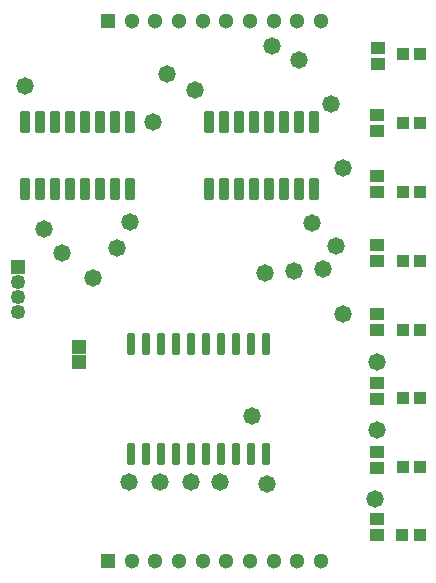
<source format=gts>
G04*
G04 #@! TF.GenerationSoftware,Altium Limited,Altium Designer,25.2.1 (25)*
G04*
G04 Layer_Color=8388736*
%FSLAX44Y44*%
%MOMM*%
G71*
G04*
G04 #@! TF.SameCoordinates,3A3D6F5A-BCF4-428E-B5E6-7A3BCBBF857E*
G04*
G04*
G04 #@! TF.FilePolarity,Negative*
G04*
G01*
G75*
%ADD20R,1.0032X1.0032*%
G04:AMPARAMS|DCode=21|XSize=0.8532mm|YSize=1.8532mm|CornerRadius=0.1504mm|HoleSize=0mm|Usage=FLASHONLY|Rotation=180.000|XOffset=0mm|YOffset=0mm|HoleType=Round|Shape=RoundedRectangle|*
%AMROUNDEDRECTD21*
21,1,0.8532,1.5525,0,0,180.0*
21,1,0.5525,1.8532,0,0,180.0*
1,1,0.3007,-0.2763,0.7763*
1,1,0.3007,0.2763,0.7763*
1,1,0.3007,0.2763,-0.7763*
1,1,0.3007,-0.2763,-0.7763*
%
%ADD21ROUNDEDRECTD21*%
G04:AMPARAMS|DCode=22|XSize=0.7532mm|YSize=1.9032mm|CornerRadius=0.1511mm|HoleSize=0mm|Usage=FLASHONLY|Rotation=0.000|XOffset=0mm|YOffset=0mm|HoleType=Round|Shape=RoundedRectangle|*
%AMROUNDEDRECTD22*
21,1,0.7532,1.6010,0,0,0.0*
21,1,0.4510,1.9032,0,0,0.0*
1,1,0.3022,0.2255,-0.8005*
1,1,0.3022,-0.2255,-0.8005*
1,1,0.3022,-0.2255,0.8005*
1,1,0.3022,0.2255,0.8005*
%
%ADD22ROUNDEDRECTD22*%
%ADD23R,1.1532X1.0032*%
%ADD24R,1.1532X1.1532*%
%ADD25R,1.3000X1.3000*%
%ADD26C,1.3000*%
%ADD27C,1.2532*%
%ADD28R,1.2532X1.2532*%
%ADD29C,1.4732*%
D20*
X1068750Y821607D02*
D03*
X1053750D02*
D03*
X1053500Y648000D02*
D03*
X1068500D02*
D03*
X1053750Y705035D02*
D03*
X1068750D02*
D03*
X1053750Y763321D02*
D03*
X1068750D02*
D03*
X1053750Y879893D02*
D03*
X1068750D02*
D03*
X1053750Y996464D02*
D03*
X1068750D02*
D03*
X1053750Y1054750D02*
D03*
X1068750D02*
D03*
X1053750Y938178D02*
D03*
X1068750D02*
D03*
D21*
X822700Y997250D02*
D03*
X810000D02*
D03*
X797300D02*
D03*
X784600D02*
D03*
X771900D02*
D03*
X759200D02*
D03*
X746500D02*
D03*
X733800D02*
D03*
X822700Y940750D02*
D03*
X810000D02*
D03*
X797300D02*
D03*
X784600D02*
D03*
X771900D02*
D03*
X759200D02*
D03*
X746500D02*
D03*
X733800D02*
D03*
X978450Y997000D02*
D03*
X965750D02*
D03*
X953050D02*
D03*
X940350D02*
D03*
X927650D02*
D03*
X914950D02*
D03*
X902250D02*
D03*
X889550D02*
D03*
X978450Y940501D02*
D03*
X965750D02*
D03*
X953050D02*
D03*
X940350D02*
D03*
X927650D02*
D03*
X914950D02*
D03*
X902250D02*
D03*
X889550D02*
D03*
D22*
X823600Y716500D02*
D03*
X836300D02*
D03*
X849000D02*
D03*
X861700D02*
D03*
X874400D02*
D03*
X887100D02*
D03*
X899800D02*
D03*
X912500D02*
D03*
X925200D02*
D03*
X937900D02*
D03*
X823600Y809500D02*
D03*
X836300D02*
D03*
X849000D02*
D03*
X861700D02*
D03*
X874400D02*
D03*
X887100D02*
D03*
X899800D02*
D03*
X912500D02*
D03*
X925200D02*
D03*
X937900D02*
D03*
D23*
X1031750Y660750D02*
D03*
Y647250D02*
D03*
X1032000Y717857D02*
D03*
Y704357D02*
D03*
Y776214D02*
D03*
Y762714D02*
D03*
Y834572D02*
D03*
Y821072D02*
D03*
Y892929D02*
D03*
Y879429D02*
D03*
Y951286D02*
D03*
Y937786D02*
D03*
X1032000Y1002893D02*
D03*
Y989393D02*
D03*
X1033250Y1059750D02*
D03*
Y1046250D02*
D03*
D24*
X780000Y806750D02*
D03*
Y794250D02*
D03*
D25*
X804500Y1082750D02*
D03*
X804500Y625250D02*
D03*
D26*
X824500Y1082750D02*
D03*
X844500D02*
D03*
X864500D02*
D03*
X884500D02*
D03*
X904500D02*
D03*
X924500D02*
D03*
X944501D02*
D03*
X964501D02*
D03*
X984500D02*
D03*
X984500Y625250D02*
D03*
X964500D02*
D03*
X944500D02*
D03*
X924500D02*
D03*
X904500D02*
D03*
X884500D02*
D03*
X864500D02*
D03*
X844500D02*
D03*
X824500D02*
D03*
D27*
X728000Y861600D02*
D03*
Y848900D02*
D03*
Y836200D02*
D03*
D28*
Y874300D02*
D03*
D29*
X939250Y691000D02*
D03*
X997750Y892000D02*
D03*
X812250Y890500D02*
D03*
X823000Y912750D02*
D03*
X976750Y911750D02*
D03*
X750500Y907000D02*
D03*
X765750Y886750D02*
D03*
X791500Y865500D02*
D03*
X937500Y869750D02*
D03*
X961750Y871000D02*
D03*
X986000Y872590D02*
D03*
X878000Y1024250D02*
D03*
X966250Y1050000D02*
D03*
X943500Y1061750D02*
D03*
X854500Y1037750D02*
D03*
X1003750Y958750D02*
D03*
X993250Y1012750D02*
D03*
X926000Y748000D02*
D03*
X874250Y692250D02*
D03*
X1032000Y793750D02*
D03*
X733750Y1028000D02*
D03*
X842750Y997000D02*
D03*
X1003750Y834750D02*
D03*
X822500Y692250D02*
D03*
X899000D02*
D03*
X848250D02*
D03*
X1030750Y678250D02*
D03*
X1031750Y736250D02*
D03*
M02*

</source>
